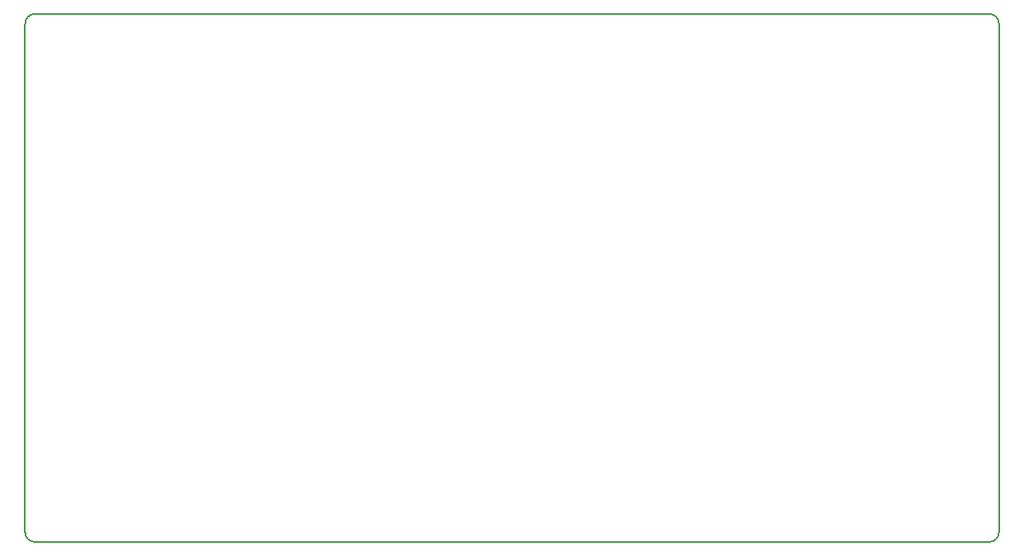
<source format=gm1>
G04 #@! TF.GenerationSoftware,KiCad,Pcbnew,(5.1.0)-1*
G04 #@! TF.CreationDate,2020-02-16T21:22:29+11:00*
G04 #@! TF.ProjectId,BLDC_4,424c4443-5f34-42e6-9b69-6361645f7063,A*
G04 #@! TF.SameCoordinates,Original*
G04 #@! TF.FileFunction,Profile,NP*
%FSLAX46Y46*%
G04 Gerber Fmt 4.6, Leading zero omitted, Abs format (unit mm)*
G04 Created by KiCad (PCBNEW (5.1.0)-1) date 2020-02-16 21:22:29*
%MOMM*%
%LPD*%
G04 APERTURE LIST*
%ADD10C,0.150000*%
G04 APERTURE END LIST*
D10*
X117000000Y-93280000D02*
X117000000Y-41000000D01*
X17000000Y-41000000D02*
X17000000Y-93280000D01*
X117000000Y-41000000D02*
G75*
G03X116000000Y-40000000I-1000000J0D01*
G01*
X18000000Y-40000000D02*
G75*
G03X17000000Y-41000000I0J-1000000D01*
G01*
X17000000Y-93280000D02*
G75*
G03X18000000Y-94280000I1000000J0D01*
G01*
X18000000Y-40000000D02*
X116000000Y-40000000D01*
X116000000Y-94280000D02*
X18000000Y-94280000D01*
X116000000Y-94280000D02*
G75*
G03X117000000Y-93280000I0J1000000D01*
G01*
M02*

</source>
